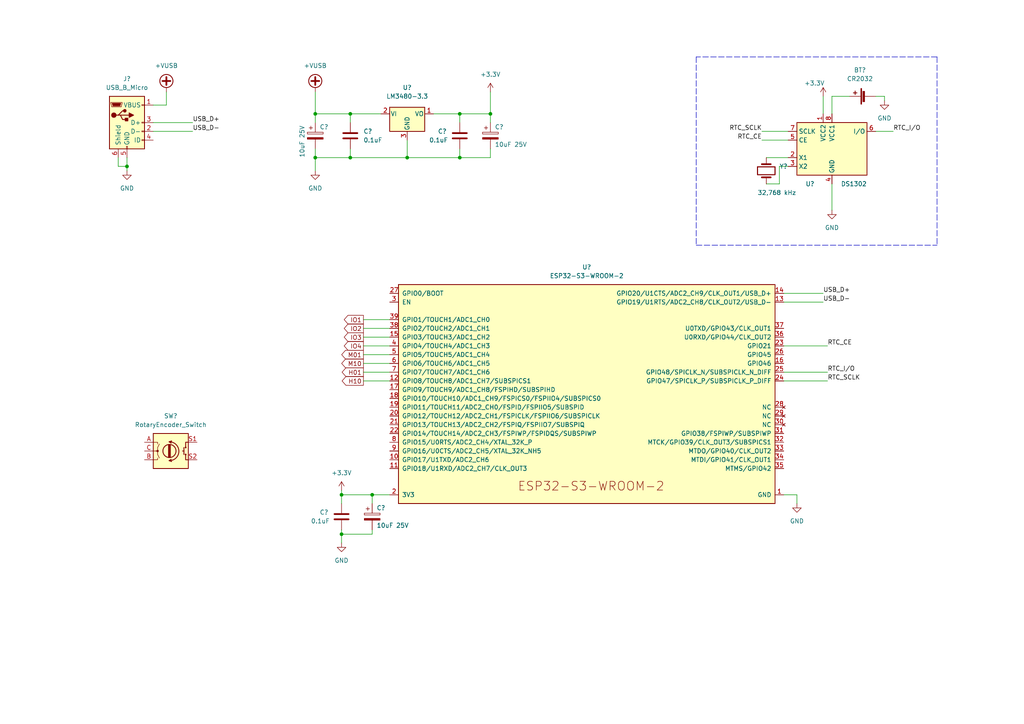
<source format=kicad_sch>
(kicad_sch (version 20211123) (generator eeschema)
  (paper "A4")
  (title_block (title "Horloge Nixie") (date "2023-01-06") (rev "0.1") (company "Laurent Claude"))
  (lib_symbols
    (symbol "Connector:USB_B_Micro" (pin_names (offset 1.016))
      (property "Reference" "J" (at -5.08 11.43 0))
      (property "Value" "USB_B_Micro" (at -5.08 8.89 0))
      (symbol "USB_B_Micro_0_1"
        (rectangle (start -5.08 -7.62) (end 5.08 7.62) (stroke (width 0.254)) (fill (type background)))
        (circle (center -3.81 2.159) (radius 0.635) (stroke (width 0.254)) (fill (type outline)))
        (circle (center -0.635 3.429) (radius 0.381) (stroke (width 0.254)) (fill (type outline)))
        (rectangle (start -0.127 -7.62) (end 0.127 -6.858))
        (polyline (pts (xy -1.905 2.159) (xy 0.635 2.159)) (stroke (width 0.254)))
        (polyline (pts (xy -3.175 2.159) (xy -2.54 2.159) (xy -1.27 3.429) (xy -0.635 3.429)) (stroke (width 0.254)))
        (polyline (pts (xy -2.54 2.159) (xy -1.905 2.159) (xy -1.27 0.889) (xy 0 0.889)) (stroke (width 0.254)))
        (polyline (pts (xy 0.635 2.794) (xy 0.635 1.524) (xy 1.905 2.159) (xy 0.635 2.794)) (stroke (width 0.254)) (fill (type outline)))
        (polyline (pts (xy -4.318 5.588) (xy -1.778 5.588) (xy -2.032 4.826) (xy -4.064 4.826) (xy -4.318 5.588)) (fill (type outline)))
        (polyline (pts (xy -4.699 5.842) (xy -4.699 5.588) (xy -4.445 4.826) (xy -4.445 4.572) (xy -1.651 4.572) (xy -1.651 4.826) (xy -1.397 5.588) (xy -1.397 5.842) (xy -4.699 5.842)))
        (rectangle (start 0.254 1.27) (end -0.508 0.508) (stroke (width 0.254)) (fill (type outline)))
        (rectangle (start 5.08 -5.207) (end 4.318 -4.953))
        (rectangle (start 5.08 -2.667) (end 4.318 -2.413))
        (rectangle (start 5.08 -0.127) (end 4.318 0.127))
        (rectangle (start 5.08 4.953) (end 4.318 5.207))
      )
      (symbol "USB_B_Micro_1_1"
        (pin power_out line (at 7.62 5.08 180) (length 2.54) (name "VBUS") (number "1"))
        (pin bidirectional line (at 7.62 -2.54 180) (length 2.54) (name "D-") (number "2"))
        (pin bidirectional line (at 7.62 0 180) (length 2.54) (name "D+") (number "3"))
        (pin passive line (at 7.62 -5.08 180) (length 2.54) (name "ID") (number "4"))
        (pin power_out line (at 0 -10.16 90) (length 2.54) (name "GND") (number "5"))
        (pin passive line (at -2.54 -10.16 90) (length 2.54) (name "Shield") (number "6"))
      )
    )
    (symbol "Device:Battery_Cell" (pin_numbers hide) (pin_names (offset 0) hide)
      (property "Reference" "BT" (at 2.54 2.54 0))
      (property "Value" "Battery_Cell" (at 2.54 0 0))
      (symbol "Battery_Cell_0_1"
        (rectangle (start -2.286 1.778) (end 2.286 1.524) (fill (type outline)))
        (rectangle (start -1.5748 1.1938) (end 1.4732 0.6858) (fill (type outline)))
        (polyline (pts (xy 0 0.762) (xy 0 0)))
        (polyline (pts (xy 0 1.778) (xy 0 2.54)))
        (polyline (pts (xy 0.508 3.429) (xy 1.524 3.429)) (stroke (width 0.254)))
        (polyline (pts (xy 1.016 3.937) (xy 1.016 2.921)) (stroke (width 0.254)))
      )
      (symbol "Battery_Cell_1_1"
        (pin passive line (at 0 5.08 270) (length 2.54) (name "+") (number "1"))
        (pin passive line (at 0 -2.54 90) (length 2.54) (name "-") (number "2"))
      )
    )
    (symbol "Device:C" (pin_numbers hide) (pin_names (offset 0.254))
      (property "Reference" "C" (at 0.635 2.54 0))
      (property "Value" "C" (at 0.635 -2.54 0))
      (symbol "C_0_1"
        (polyline (pts (xy -2.032 -0.762) (xy 2.032 -0.762)) (stroke (width 0.508)))
        (polyline (pts (xy -2.032 0.762) (xy 2.032 0.762)) (stroke (width 0.508)))
      )
      (symbol "C_1_1"
        (pin passive line (at 0 3.81 270) (length 2.794) (name "~") (number "1"))
        (pin passive line (at 0 -3.81 90) (length 2.794) (name "~") (number "2"))
      )
    )
    (symbol "Device:C_Polarized" (pin_numbers hide) (pin_names (offset 0.254))
      (property "Reference" "C" (at 0.635 2.54 0))
      (property "Value" "C_Polarized" (at 0.635 -2.54 0))
      (symbol "C_Polarized_0_1"
        (rectangle (start -2.286 0.508) (end 2.286 1.016))
        (polyline (pts (xy -1.778 2.286) (xy -0.762 2.286)))
        (polyline (pts (xy -1.27 2.794) (xy -1.27 1.778)))
        (rectangle (start 2.286 -0.508) (end -2.286 -1.016) (fill (type outline)))
      )
      (symbol "C_Polarized_1_1"
        (pin passive line (at 0 3.81 270) (length 2.794) (name "~") (number "1"))
        (pin passive line (at 0 -3.81 90) (length 2.794) (name "~") (number "2"))
      )
    )
    (symbol "Device:Crystal" (pin_numbers hide) (pin_names (offset 1.016) hide)
      (property "Reference" "Y" (at 0 3.81 0))
      (property "Value" "Crystal" (at 0 -3.81 0))
      (symbol "Crystal_0_1"
        (rectangle (start -1.143 2.54) (end 1.143 -2.54) (stroke (width 0.3048)))
        (polyline (pts (xy -2.54 0) (xy -1.905 0)))
        (polyline (pts (xy -1.905 -1.27) (xy -1.905 1.27)) (stroke (width 0.508)))
        (polyline (pts (xy 1.905 -1.27) (xy 1.905 1.27)) (stroke (width 0.508)))
        (polyline (pts (xy 2.54 0) (xy 1.905 0)))
      )
      (symbol "Crystal_1_1"
        (pin passive line (at -3.81 0 0) (length 1.27) (name "1") (number "1"))
        (pin passive line (at 3.81 0 180) (length 1.27) (name "2") (number "2"))
      )
    )
    (symbol "Device:RotaryEncoder_Switch" (pin_names (offset 0.254) hide)
      (property "Reference" "SW" (at 0 6.604 0))
      (property "Value" "RotaryEncoder_Switch" (at 0 -6.604 0))
      (symbol "RotaryEncoder_Switch_0_1"
        (rectangle (start -5.08 5.08) (end 5.08 -5.08) (stroke (width 0.254)) (fill (type background)))
        (circle (center -3.81 0) (radius 0.254) (fill (type outline)))
        (arc (start -0.381 -2.794) (mid 2.3622 -0.0508) (end -0.381 2.667) (stroke (width 0.254)))
        (circle (center -0.381 0) (radius 1.905) (stroke (width 0.254)))
        (polyline (pts (xy -0.635 -1.778) (xy -0.635 1.778)) (stroke (width 0.254)))
        (polyline (pts (xy -0.381 -1.778) (xy -0.381 1.778)) (stroke (width 0.254)))
        (polyline (pts (xy -0.127 1.778) (xy -0.127 -1.778)) (stroke (width 0.254)))
        (polyline (pts (xy 3.81 0) (xy 3.429 0)) (stroke (width 0.254)))
        (polyline (pts (xy 3.81 1.016) (xy 3.81 -1.016)) (stroke (width 0.254)))
        (polyline (pts (xy -5.08 -2.54) (xy -3.81 -2.54) (xy -3.81 -2.032)))
        (polyline (pts (xy -5.08 2.54) (xy -3.81 2.54) (xy -3.81 2.032)))
        (polyline (pts (xy 0.254 -3.048) (xy -0.508 -2.794) (xy 0.127 -2.413)) (stroke (width 0.254)))
        (polyline (pts (xy 0.254 2.921) (xy -0.508 2.667) (xy 0.127 2.286)) (stroke (width 0.254)))
        (polyline (pts (xy 5.08 -2.54) (xy 4.318 -2.54) (xy 4.318 -1.016)) (stroke (width 0.254)))
        (polyline (pts (xy 5.08 2.54) (xy 4.318 2.54) (xy 4.318 1.016)) (stroke (width 0.254)))
        (polyline (pts (xy -5.08 0) (xy -3.81 0) (xy -3.81 -1.016) (xy -3.302 -2.032)))
        (polyline (pts (xy -4.318 0) (xy -3.81 0) (xy -3.81 1.016) (xy -3.302 2.032)))
        (circle (center 4.318 -1.016) (radius 0.127) (stroke (width 0.254)))
        (circle (center 4.318 1.016) (radius 0.127) (stroke (width 0.254)))
      )
      (symbol "RotaryEncoder_Switch_1_1"
        (pin passive line (at -7.62 2.54 0) (length 2.54) (name "A") (number "A"))
        (pin passive line (at -7.62 -2.54 0) (length 2.54) (name "B") (number "B"))
        (pin passive line (at -7.62 0 0) (length 2.54) (name "C") (number "C"))
        (pin passive line (at 7.62 2.54 180) (length 2.54) (name "S1") (number "S1"))
        (pin passive line (at 7.62 -2.54 180) (length 2.54) (name "S2") (number "S2"))
      )
    )
    (symbol "Espressif:ESP32-S3-WROOM-2" (pin_names (offset 1.016))
      (property "Reference" "U" (at -55.88 38.1 0))
      (property "Value" "ESP32-S3-WROOM-2" (at -55.88 35.56 0))
      (symbol "ESP32-S3-WROOM-2_0_0"
        (rectangle (start -55.88 33.02) (end 53.34 -30.48) (stroke (width 0.254)) (fill (type background)))
        (text "ESP32-S3-WROOM-2" (at 0 -25.4 0) (effects (font (size 2.54 2.54))))
        (pin power_in line (at 55.88 -27.94 180) (length 2.54) (name "GND") (number "1"))
        (pin bidirectional line (at -58.42 -17.78 0) (length 2.54) (name "GPIO17/U1TXD/ADC2_CH6") (number "10"))
        (pin bidirectional line (at -58.42 -20.32 0) (length 2.54) (name "GPIO18/U1RXD/ADC2_CH7/CLK_OUT3") (number "11"))
        (pin bidirectional line (at -58.42 5.08 0) (length 2.54) (name "GPIO8/TOUCH8/ADC1_CH7/SUBSPICS1") (number "12"))
        (pin bidirectional line (at 55.88 27.94 180) (length 2.54) (name "GPIO19/U1RTS/ADC2_CH8/CLK_OUT2/USB_D-") (number "13"))
        (pin bidirectional line (at 55.88 30.48 180) (length 2.54) (name "GPIO20/U1CTS/ADC2_CH9/CLK_OUT1/USB_D+") (number "14"))
        (pin bidirectional line (at -58.42 17.78 0) (length 2.54) (name "GPIO3/TOUCH3/ADC1_CH2") (number "15"))
        (pin bidirectional line (at 55.88 10.16 180) (length 2.54) (name "GPIO46") (number "16"))
        (pin bidirectional line (at -58.42 2.54 0) (length 2.54) (name "GPIO9/TOUCH9/ADC1_CH8/FSPIHD/SUBSPIHD") (number "17"))
        (pin bidirectional line (at -58.42 0 0) (length 2.54) (name "GPIO10/TOUCH10/ADC1_CH9/FSPICS0/FSPIIO4/SUBSPICS0") (number "18"))
        (pin bidirectional line (at -58.42 -2.54 0) (length 2.54) (name "GPIO11/TOUCH11/ADC2_CH0/FSPID/FSPIIO5/SUBSPID") (number "19"))
        (pin power_in line (at -58.42 -27.94 0) (length 2.54) (name "3V3") (number "2"))
        (pin bidirectional line (at -58.42 -5.08 0) (length 2.54) (name "GPIO12/TOUCH12/ADC2_CH1/FSPICLK/FSPIIO6/SUBSPICLK") (number "20"))
        (pin bidirectional line (at -58.42 -7.62 0) (length 2.54) (name "GPIO13/TOUCH13/ADC2_CH2/FSPIQ/FSPIIO7/SUBSPIQ") (number "21"))
        (pin bidirectional line (at -58.42 -10.16 0) (length 2.54) (name "GPIO14/TOUCH14/ADC2_CH3/FSPIWP/FSPIDQS/SUBSPIWP") (number "22"))
        (pin bidirectional line (at 55.88 15.24 180) (length 2.54) (name "GPIO21") (number "23"))
        (pin bidirectional line (at 55.88 5.08 180) (length 2.54) (name "GPIO47/SPICLK_P/SUBSPICLK_P_DIFF") (number "24"))
        (pin bidirectional line (at 55.88 7.62 180) (length 2.54) (name "GPIO48/SPICLK_N/SUBSPICLK_N_DIFF") (number "25"))
        (pin bidirectional line (at 55.88 12.7 180) (length 2.54) (name "GPIO45") (number "26"))
        (pin bidirectional line (at -58.42 30.48 0) (length 2.54) (name "GPIO0/BOOT") (number "27"))
        (pin no_connect line (at 55.88 -2.54 180) (length 2.54) (name "NC") (number "28"))
        (pin no_connect line (at 55.88 -5.08 180) (length 2.54) (name "NC") (number "29"))
        (pin input line (at -58.42 27.94 0) (length 2.54) (name "EN") (number "3"))
        (pin no_connect line (at 55.88 -7.62 180) (length 2.54) (name "NC") (number "30"))
        (pin bidirectional line (at 55.88 -10.16 180) (length 2.54) (name "GPIO38/FSPIWP/SUBSPIWP") (number "31"))
        (pin bidirectional line (at 55.88 -12.7 180) (length 2.54) (name "MTCK/GPIO39/CLK_OUT3/SUBSPICS1") (number "32"))
        (pin bidirectional line (at 55.88 -15.24 180) (length 2.54) (name "MTDO/GPIO40/CLK_OUT2") (number "33"))
        (pin bidirectional line (at 55.88 -17.78 180) (length 2.54) (name "MTDI/GPIO41/CLK_OUT1") (number "34"))
        (pin bidirectional line (at 55.88 -20.32 180) (length 2.54) (name "MTMS/GPIO42") (number "35"))
        (pin bidirectional line (at 55.88 17.78 180) (length 2.54) (name "U0RXD/GPIO44/CLK_OUT2") (number "36"))
        (pin bidirectional line (at 55.88 20.32 180) (length 2.54) (name "U0TXD/GPIO43/CLK_OUT1") (number "37"))
        (pin bidirectional line (at -58.42 20.32 0) (length 2.54) (name "GPIO2/TOUCH2/ADC1_CH1") (number "38"))
        (pin bidirectional line (at -58.42 22.86 0) (length 2.54) (name "GPIO1/TOUCH1/ADC1_CH0") (number "39"))
        (pin bidirectional line (at -58.42 15.24 0) (length 2.54) (name "GPIO4/TOUCH4/ADC1_CH3") (number "4"))
        (pin passive line (at 55.88 -27.94 180) (length 2.54) hide (name "GND") (number "40"))
        (pin passive line (at 55.88 -27.94 180) (length 2.54) hide (name "GND") (number "41"))
        (pin bidirectional line (at -58.42 12.7 0) (length 2.54) (name "GPIO5/TOUCH5/ADC1_CH4") (number "5"))
        (pin bidirectional line (at -58.42 10.16 0) (length 2.54) (name "GPIO6/TOUCH6/ADC1_CH5") (number "6"))
        (pin bidirectional line (at -58.42 7.62 0) (length 2.54) (name "GPIO7/TOUCH7/ADC1_CH6") (number "7"))
        (pin bidirectional line (at -58.42 -12.7 0) (length 2.54) (name "GPIO15/U0RTS/ADC2_CH4/XTAL_32K_P") (number "8"))
        (pin bidirectional line (at -58.42 -15.24 0) (length 2.54) (name "GPIO16/U0CTS/ADC2_CH5/XTAL_32K_NH5") (number "9"))
      )
    )
    (symbol "Lolo_lib:+VUSB" (power) (pin_names (offset 0))
      (property "Value" "+VUSB" (at 0 6.35 0))
      (symbol "+VUSB_0_1"
        (polyline (pts (xy -1.143 3.175) (xy 1.143 3.175)) (stroke (width 0.508)))
        (polyline (pts (xy 0 0) (xy 0 1.27)))
        (polyline (pts (xy 0 2.032) (xy 0 4.318)) (stroke (width 0.508)))
        (circle (center 0 3.175) (radius 1.905) (stroke (width 0.254)))
      )
      (symbol "+VUSB_1_1"
        (pin power_in line (at 0 0 90) (length 0) hide (name "+VUSB") (number "1"))
      )
    )
    (symbol "Regulator_Linear:LM3480-3.3" (pin_names (offset 0.254))
      (property "Reference" "U" (at -3.81 3.175 0))
      (property "Value" "LM3480-3.3" (at 0 3.175 0))
      (symbol "LM3480-3.3_0_1"
        (rectangle (start -5.08 1.905) (end 5.08 -5.08) (stroke (width 0.254)) (fill (type background)))
      )
      (symbol "LM3480-3.3_1_1"
        (pin power_out line (at 7.62 0 180) (length 2.54) (name "VO") (number "1"))
        (pin power_in line (at -7.62 0 0) (length 2.54) (name "VI") (number "2"))
        (pin power_in line (at 0 -7.62 90) (length 2.54) (name "GND") (number "3"))
      )
    )
    (symbol "Timer_RTC:DS1302+"
      (property "Reference" "U" (at -8.89 8.89 0))
      (property "Value" "DS1302+" (at 6.35 8.89 0))
      (symbol "DS1302+_1_1"
        (rectangle (start -10.16 7.62) (end 10.16 -7.62) (stroke (width 0.254)) (fill (type background)))
        (pin power_in line (at -2.54 10.16 270) (length 2.54) (name "VCC2") (number "1"))
        (pin input line (at -12.7 -2.54 0) (length 2.54) (name "X1") (number "2"))
        (pin input line (at -12.7 -5.08 0) (length 2.54) (name "X2") (number "3"))
        (pin power_in line (at 0 -10.16 90) (length 2.54) (name "GND") (number "4"))
        (pin input line (at -12.7 2.54 0) (length 2.54) (name "CE") (number "5"))
        (pin bidirectional line (at 12.7 5.08 180) (length 2.54) (name "I/O") (number "6"))
        (pin input line (at -12.7 5.08 0) (length 2.54) (name "SCLK") (number "7"))
        (pin power_in line (at 0 10.16 270) (length 2.54) (name "VCC1") (number "8"))
      )
    )
    (symbol "power:+3.3V" (power) (pin_names (offset 0))
      (property "Value" "+3.3V" (at 0 3.556 0))
      (symbol "+3.3V_0_1"
        (polyline (pts (xy -0.762 1.27) (xy 0 2.54)))
        (polyline (pts (xy 0 0) (xy 0 2.54)))
        (polyline (pts (xy 0 2.54) (xy 0.762 1.27)))
      )
      (symbol "+3.3V_1_1"
        (pin power_in line (at 0 0 90) (length 0) hide (name "+3.3V") (number "1"))
      )
    )
    (symbol "power:GND" (power) (pin_names (offset 0))
      (property "Value" "GND" (at 0 -3.81 0))
      (symbol "GND_0_1"
        (polyline (pts (xy 0 0) (xy 0 -1.27) (xy 1.27 -1.27) (xy 0 -2.54) (xy -1.27 -1.27) (xy 0 -1.27)))
      )
      (symbol "GND_1_1"
        (pin power_in line (at 0 0 270) (length 0) hide (name "GND") (number "1"))
      )
    )
  )
  (junction (at 91.44 45.72))
  (junction (at 99.06 154.94))
  (junction (at 101.6 33.02))
  (junction (at 99.06 143.51))
  (junction (at 107.95 143.51))
  (junction (at 118.11 45.72))
  (junction (at 101.6 45.72))
  (junction (at 91.44 33.02))
  (junction (at 36.83 48.26))
  (junction (at 133.35 33.02))
  (junction (at 133.35 45.72))
  (junction (at 142.24 33.02))
  (wire (pts (xy 133.35 43.18) (xy 133.35 45.72)))
  (wire (pts (xy 99.06 143.51) (xy 99.06 146.05)))
  (wire (pts (xy 238.76 27.94) (xy 238.76 33.02)))
  (wire (pts (xy 133.35 45.72) (xy 118.11 45.72)))
  (polyline (pts (xy 201.93 16.51) (xy 201.93 71.12)))
  (wire (pts (xy 142.24 45.72) (xy 133.35 45.72)))
  (wire (pts (xy 105.41 105.41) (xy 113.03 105.41)))
  (wire (pts (xy 36.83 45.72) (xy 36.83 48.26)))
  (wire (pts (xy 220.98 38.1) (xy 228.6 38.1)))
  (wire (pts (xy 44.45 35.56) (xy 55.88 35.56)))
  (wire (pts (xy 231.14 146.05) (xy 231.14 143.51)))
  (wire (pts (xy 101.6 43.18) (xy 101.6 45.72)))
  (wire (pts (xy 99.06 143.51) (xy 107.95 143.51)))
  (wire (pts (xy 227.33 100.33) (xy 240.03 100.33)))
  (wire (pts (xy 107.95 153.67) (xy 107.95 154.94)))
  (wire (pts (xy 91.44 43.18) (xy 91.44 45.72)))
  (wire (pts (xy 105.41 107.95) (xy 113.03 107.95)))
  (wire (pts (xy 91.44 45.72) (xy 91.44 49.53)))
  (wire (pts (xy 105.41 95.25) (xy 113.03 95.25)))
  (wire (pts (xy 227.33 85.09) (xy 238.76 85.09)))
  (wire (pts (xy 101.6 33.02) (xy 101.6 35.56)))
  (wire (pts (xy 99.06 142.24) (xy 99.06 143.51)))
  (wire (pts (xy 105.41 92.71) (xy 113.03 92.71)))
  (wire (pts (xy 101.6 33.02) (xy 110.49 33.02)))
  (wire (pts (xy 48.26 30.48) (xy 48.26 26.67)))
  (wire (pts (xy 142.24 26.67) (xy 142.24 33.02)))
  (wire (pts (xy 34.29 48.26) (xy 36.83 48.26)))
  (wire (pts (xy 142.24 35.56) (xy 142.24 33.02)))
  (wire (pts (xy 228.6 48.26) (xy 226.06 48.26)))
  (wire (pts (xy 105.41 97.79) (xy 113.03 97.79)))
  (wire (pts (xy 91.44 33.02) (xy 91.44 35.56)))
  (wire (pts (xy 241.3 27.94) (xy 246.38 27.94)))
  (wire (pts (xy 227.33 107.95) (xy 240.03 107.95)))
  (wire (pts (xy 105.41 110.49) (xy 113.03 110.49)))
  (polyline (pts (xy 201.93 71.12) (xy 271.78 71.12)))
  (wire (pts (xy 241.3 53.34) (xy 241.3 60.96)))
  (wire (pts (xy 256.54 29.21) (xy 256.54 27.94)))
  (wire (pts (xy 254 38.1) (xy 259.08 38.1)))
  (wire (pts (xy 101.6 45.72) (xy 91.44 45.72)))
  (wire (pts (xy 133.35 33.02) (xy 133.35 35.56)))
  (wire (pts (xy 118.11 45.72) (xy 101.6 45.72)))
  (wire (pts (xy 99.06 154.94) (xy 99.06 157.48)))
  (wire (pts (xy 227.33 87.63) (xy 238.76 87.63)))
  (wire (pts (xy 44.45 38.1) (xy 55.88 38.1)))
  (wire (pts (xy 105.41 102.87) (xy 113.03 102.87)))
  (wire (pts (xy 91.44 33.02) (xy 101.6 33.02)))
  (wire (pts (xy 99.06 153.67) (xy 99.06 154.94)))
  (wire (pts (xy 226.06 48.26) (xy 226.06 53.34)))
  (wire (pts (xy 44.45 30.48) (xy 48.26 30.48)))
  (polyline (pts (xy 271.78 16.51) (xy 271.78 71.12)))
  (wire (pts (xy 34.29 45.72) (xy 34.29 48.26)))
  (polyline (pts (xy 271.78 16.51) (xy 201.93 16.51)))
  (wire (pts (xy 222.25 45.72) (xy 228.6 45.72)))
  (wire (pts (xy 118.11 40.64) (xy 118.11 45.72)))
  (wire (pts (xy 107.95 154.94) (xy 99.06 154.94)))
  (wire (pts (xy 256.54 27.94) (xy 254 27.94)))
  (wire (pts (xy 220.98 40.64) (xy 228.6 40.64)))
  (wire (pts (xy 142.24 33.02) (xy 133.35 33.02)))
  (wire (pts (xy 36.83 48.26) (xy 36.83 49.53)))
  (wire (pts (xy 105.41 100.33) (xy 113.03 100.33)))
  (wire (pts (xy 231.14 143.51) (xy 227.33 143.51)))
  (wire (pts (xy 107.95 143.51) (xy 107.95 146.05)))
  (wire (pts (xy 91.44 26.67) (xy 91.44 33.02)))
  (wire (pts (xy 107.95 143.51) (xy 113.03 143.51)))
  (wire (pts (xy 142.24 43.18) (xy 142.24 45.72)))
  (wire (pts (xy 125.73 33.02) (xy 133.35 33.02)))
  (wire (pts (xy 227.33 110.49) (xy 240.03 110.49)))
  (wire (pts (xy 241.3 27.94) (xy 241.3 33.02)))
  (wire (pts (xy 226.06 53.34) (xy 222.25 53.34)))
  (label "USB_D-" (at 55.88 38.1 0))
  (label "USB_D+" (at 55.88 35.56 0))
  (label "RTC_CE" (at 240.03 100.33 0))
  (label "RTC_I{slash}O" (at 259.08 38.1 0))
  (label "RTC_SCLK" (at 220.98 38.1 180))
  (label "RTC_I{slash}O" (at 240.03 107.95 0))
  (label "RTC_CE" (at 220.98 40.64 180))
  (label "USB_D+" (at 238.76 85.09 0))
  (label "RTC_SCLK" (at 240.03 110.49 0))
  (label "USB_D-" (at 238.76 87.63 0))
  (global_label "M01" (shape output) (at 105.41 102.87 180) (property "Références Inter-Feuilles" "${INTERSHEET_REFS}" (effects hide)))
  (global_label "IO4" (shape output) (at 105.41 100.33 180) (property "Références Inter-Feuilles" "${INTERSHEET_REFS}" (effects hide)))
  (global_label "M10" (shape output) (at 105.41 105.41 180) (property "Références Inter-Feuilles" "${INTERSHEET_REFS}" (effects hide)))
  (global_label "H01" (shape output) (at 105.41 107.95 180) (property "Références Inter-Feuilles" "${INTERSHEET_REFS}" (effects hide)))
  (global_label "IO1" (shape output) (at 105.41 92.71 180) (property "Références Inter-Feuilles" "${INTERSHEET_REFS}" (effects hide)))
  (global_label "IO2" (shape output) (at 105.41 95.25 180) (property "Références Inter-Feuilles" "${INTERSHEET_REFS}" (effects hide)))
  (global_label "H10" (shape output) (at 105.41 110.49 180) (property "Références Inter-Feuilles" "${INTERSHEET_REFS}" (effects hide)))
  (global_label "IO3" (shape output) (at 105.41 97.79 180) (property "Références Inter-Feuilles" "${INTERSHEET_REFS}" (effects hide)))
  (symbol (lib_id "Device:Battery_Cell") (at 251.46 27.94 90) (unit 1)
    (property "Reference" "BT?" (at 249.428 20.32 90))
    (property "Value" "CR2032" (at 249.428 22.86 90))
  )
  (symbol (lib_id "power:GND") (at 256.54 29.21 0) (unit 1)
    (property "Reference" "#PWR?" (effects hide))
    (property "Value" "GND" (at 256.54 34.29 0))
  )
  (symbol (lib_id "Lolo_lib:+VUSB") (at 48.26 26.67 0) (unit 1)
    (property "Reference" "#PWR?" (effects hide))
    (property "Value" "+VUSB" (at 48.26 19.05 0))
  )
  (symbol (lib_id "Device:C_Polarized") (at 91.44 39.37 0) (unit 1)
    (property "Reference" "C?" (at 92.71 36.83 0) (effects (justify left)))
    (property "Value" "10uF 25V" (at 87.63 45.72 90) (effects (justify left)))
  )
  (symbol (lib_id "power:GND") (at 99.06 157.48 0) (unit 1)
    (property "Reference" "#PWR?" (effects hide))
    (property "Value" "GND" (at 99.06 162.56 0))
  )
  (symbol (lib_id "power:+3.3V") (at 142.24 26.67 0) (unit 1)
    (property "Reference" "#PWR?" (effects hide))
    (property "Value" "+3.3V" (at 142.24 21.59 0))
  )
  (symbol (lib_id "Device:C") (at 101.6 39.37 0) (unit 1)
    (property "Reference" "C?" (at 105.41 38.0999 0) (effects (justify left)))
    (property "Value" "0.1uF" (at 105.41 40.6399 0) (effects (justify left)))
  )
  (symbol (lib_id "power:+3.3V") (at 238.76 27.94 0) (unit 1)
    (property "Reference" "#PWR?" (effects hide))
    (property "Value" "+3.3V" (at 236.22 24.13 0))
  )
  (symbol (lib_id "Connector:USB_B_Micro") (at 36.83 35.56 0) (unit 1)
    (property "Reference" "J?" (at 36.83 22.86 0))
    (property "Value" "USB_B_Micro" (at 36.83 25.4 0))
  )
  (symbol (lib_id "Device:C") (at 133.35 39.37 0) (unit 1)
    (property "Reference" "C?" (at 127 38.1 0) (effects (justify left)))
    (property "Value" "0.1uF" (at 124.46 40.64 0) (effects (justify left)))
  )
  (symbol (lib_id "Device:RotaryEncoder_Switch") (at 49.53 130.81 0) (unit 1)
    (property "Reference" "SW?" (at 49.53 120.65 0))
    (property "Value" "RotaryEncoder_Switch" (at 49.53 123.19 0))
  )
  (symbol (lib_id "Device:Crystal") (at 222.25 49.53 90) (unit 1)
    (property "Reference" "Y?" (at 226.06 48.2599 90) (effects (justify right)))
    (property "Value" "32,768 kHz" (at 219.71 55.88 90) (effects (justify right)))
  )
  (symbol (lib_id "Device:C_Polarized") (at 142.24 39.37 0) (unit 1)
    (property "Reference" "C?" (at 143.51 36.83 0) (effects (justify left)))
    (property "Value" "10uF 25V" (at 143.51 41.91 0) (effects (justify left)))
  )
  (symbol (lib_id "Device:C_Polarized") (at 107.95 149.86 0) (unit 1)
    (property "Reference" "C?" (at 109.22 147.32 0) (effects (justify left)))
    (property "Value" "10uF 25V" (at 109.22 152.4 0) (effects (justify left)))
  )
  (symbol (lib_id "Regulator_Linear:LM3480-3.3") (at 118.11 33.02 0) (unit 1)
    (property "Reference" "U?" (at 118.11 25.4 0))
    (property "Value" "LM3480-3.3" (at 118.11 27.94 0))
    (property "Footprint" "Package_TO_SOT_SMD:SOT-23" (effects hide))
    (property "Datasheet" "http://www.ti.com/lit/ds/symlink/lm3480.pdf" (effects hide))
  )
  (symbol (lib_id "Espressif:ESP32-S3-WROOM-2") (at 171.45 115.57 0) (unit 1)
    (property "Reference" "U?" (at 170.18 77.47 0))
    (property "Value" "ESP32-S3-WROOM-2" (at 170.18 80.01 0))
    (property "Footprint" "Espressif:ESP32-S3-WROOM-2" (effects hide))
    (property "Datasheet" "https://www.espressif.com/sites/default/files/documentation/esp32-s3-wroom-2_datasheet_en.pdf" (effects hide))
  )
  (symbol (lib_id "Timer_RTC:DS1302+") (at 241.3 43.18 0) (unit 1)
    (property "Reference" "U?" (at 234.95 53.34 0))
    (property "Value" "DS1302" (at 247.65 53.34 0))
    (property "Footprint" "Package_DIP:DIP-8_W7.62mm" (effects hide))
    (property "Datasheet" "https://datasheets.maximintegrated.com/en/ds/DS1302.pdf" (effects hide))
  )
  (symbol (lib_id "power:GND") (at 241.3 60.96 0) (unit 1)
    (property "Reference" "#PWR?" (effects hide))
    (property "Value" "GND" (at 241.3 66.04 0))
  )
  (symbol (lib_id "Device:C") (at 99.06 149.86 0) (unit 1)
    (property "Reference" "C?" (at 92.71 148.59 0) (effects (justify left)))
    (property "Value" "0.1uF" (at 90.17 151.13 0) (effects (justify left)))
  )
  (symbol (lib_id "power:GND") (at 36.83 49.53 0) (unit 1)
    (property "Reference" "#PWR?" (effects hide))
    (property "Value" "GND" (at 36.83 54.61 0))
  )
  (symbol (lib_id "power:GND") (at 91.44 49.53 0) (unit 1)
    (property "Reference" "#PWR?" (effects hide))
    (property "Value" "GND" (at 91.44 54.61 0))
  )
  (symbol (lib_id "power:+3.3V") (at 99.06 142.24 0) (unit 1)
    (property "Reference" "#PWR?" (effects hide))
    (property "Value" "+3.3V" (at 99.06 137.16 0))
  )
  (symbol (lib_id "Lolo_lib:+VUSB") (at 91.44 26.67 0) (unit 1)
    (property "Reference" "#PWR?" (effects hide))
    (property "Value" "+VUSB" (at 91.44 19.05 0))
  )
  (symbol (lib_id "power:GND") (at 231.14 146.05 0) (unit 1)
    (property "Reference" "#PWR?" (effects hide))
    (property "Value" "GND" (at 231.14 151.13 0))
  )
)
</source>
